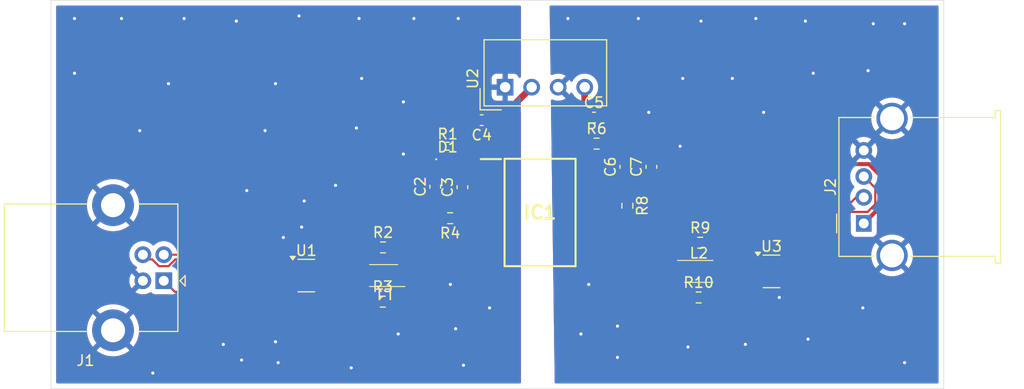
<source format=kicad_pcb>
(kicad_pcb (version 20240108) (generator "pcbnew") (generator_version "8.0")
  (layers (0 "F.Cu" signal) (31 "B.Cu" signal) (34 "B.Paste" user) (35 "F.Paste" user) (36 "B.SilkS" user "B.Silkscreen") (37 "F.SilkS" user "F.Silkscreen") (38 "B.Mask" user) (39 "F.Mask" user) (44 "Edge.Cuts" user))
  (net 0 "")
  (net 1 "+5V")
  (net 2 "GND1")
  (net 3 "VDD")
  (net 4 "GND2")
  (net 5 "Net-(D1-K)")
  (net 6 "Net-(IC1-PIN)")
  (net 7 "Net-(IC1-VDD2)")
  (net 8 "/L1_+")
  (net 9 "Net-(IC1-SPD)")
  (net 10 "Net-(IC1-SPU)")
  (net 11 "/DD_-")
  (net 12 "/DD_+")
  (net 13 "/L1_-")
  (net 14 "/U2_-")
  (net 15 "/U2_+")
  (net 16 "/U3_-")
  (net 17 "/U3_+")
  (net 18 "/L2_+")
  (net 19 "/L2_-")
  (net 20 "D_-")
  (net 21 "D_+")
  (footprint "Resistor_SMD:R_0603_1608Metric" (layer "F.Cu") (at 157.225 97.4 180)
    (property "Reference" "R4" (at 0 -1.43 360) (layer "F.SilkS"))
    (property "Value" "0 ohm")
    (fp_line (start -0.237258 0.5225) (end 0.237258 0.5225) (stroke (width 0.12)) (layer "F.SilkS"))
    (fp_line (start -0.237258 -0.5225) (end 0.237258 -0.5225) (stroke (width 0.12)) (layer "F.SilkS"))
    (pad "1" smd roundrect (at -0.825 0 180) (size 0.8 0.95) (layers "F.Cu" "F.Paste" "F.Mask") (net 10 "Net-(IC1-SPU)"))
    (pad "2" smd roundrect (at 0.825 0 180) (size 0.8 0.95) (layers "F.Cu" "F.Paste" "F.Mask") (net 1 "+5V"))
  )
  (footprint "Resistor_SMD:R_0402_1005Metric" (layer "F.Cu") (at 156.99 90.5)
    (property "Reference" "R1" (at 0 -1.17 360) (layer "F.SilkS"))
    (property "Value" "R")
    (fp_line (start -0.153641 -0.38) (end 0.153641 -0.38) (stroke (width 0.12)) (layer "F.SilkS"))
    (fp_line (start -0.153641 0.38) (end 0.153641 0.38) (stroke (width 0.12)) (layer "F.SilkS"))
    (pad "1" smd roundrect (at -0.51 0) (size 0.54 0.64) (layers "F.Cu" "F.Paste" "F.Mask") (net 5 "Net-(D1-K)"))
    (pad "2" smd roundrect (at 0.51 0) (size 0.54 0.64) (layers "F.Cu" "F.Paste" "F.Mask") (net 2 "GND1"))
  )
  (footprint "SamacSys_Parts:SOIC127P1032X265-16N" (layer "F.Cu") (at 165.8375 96.85)
    (property "Reference" "IC1" (at 0 0 0) (layer "F.SilkS") (effects (font (size 1.27 1.27) (thickness 0.254))))
    (property "Value" "ADUM3160BRWZ" (hide yes))
    (fp_line (start -5.675 -5.12) (end -3.75 -5.12) (stroke (width 0.2)) (layer "F.SilkS"))
    (fp_line (start -3.4 -5.15) (end 3.4 -5.15) (stroke (width 0.2)) (layer "F.SilkS"))
    (fp_line (start -3.4 5.15) (end -3.4 -5.15) (stroke (width 0.2)) (layer "F.SilkS"))
    (fp_line (start 3.4 -5.15) (end 3.4 5.15) (stroke (width 0.2)) (layer "F.SilkS"))
    (fp_line (start 3.4 5.15) (end -3.4 5.15) (stroke (width 0.2)) (layer "F.SilkS"))
    (pad "1" smd rect (at -4.712 -4.445 90) (size 0.65 1.925) (layers "F.Cu" "F.Paste" "F.Mask") (net 1 "+5V"))
    (pad "2" smd rect (at -4.712 -3.175 90) (size 0.65 1.925) (layers "F.Cu" "F.Paste" "F.Mask") (net 2 "GND1"))
    (pad "3" smd rect (at -4.712 -1.905 90) (size 0.65 1.925) (layers "F.Cu" "F.Paste" "F.Mask") (net 1 "+5V"))
    (pad "4" smd rect (at -4.712 -0.635 90) (size 0.65 1.925) (layers "F.Cu" "F.Paste" "F.Mask") (net 1 "+5V"))
    (pad "5" smd rect (at -4.712 0.635 90) (size 0.65 1.925) (layers "F.Cu" "F.Paste" "F.Mask") (net 10 "Net-(IC1-SPU)"))
    (pad "6" smd rect (at -4.712 1.905 90) (size 0.65 1.925) (layers "F.Cu" "F.Paste" "F.Mask") (net 13 "/L1_-"))
    (pad "7" smd rect (at -4.712 3.175 90) (size 0.65 1.925) (layers "F.Cu" "F.Paste" "F.Mask") (net 8 "/L1_+"))
    (pad "8" smd rect (at -4.712 4.445 90) (size 0.65 1.925) (layers "F.Cu" "F.Paste" "F.Mask") (net 2 "GND1"))
    (pad "9" smd rect (at 4.712 4.445 90) (size 0.65 1.925) (layers "F.Cu" "F.Paste" "F.Mask") (net 4 "GND2"))
    (pad "10" smd rect (at 4.712 3.175 90) (size 0.65 1.925) (layers "F.Cu" "F.Paste" "F.Mask") (net 12 "/DD_+"))
    (pad "11" smd rect (at 4.712 1.905 90) (size 0.65 1.925) (layers "F.Cu" "F.Paste" "F.Mask") (net 11 "/DD_-"))
    (pad "12" smd rect (at 4.712 0.635 90) (size 0.65 1.925) (layers "F.Cu" "F.Paste" "F.Mask") (net 6 "Net-(IC1-PIN)"))
    (pad "13" smd rect (at 4.712 -0.635 90) (size 0.65 1.925) (layers "F.Cu" "F.Paste" "F.Mask") (net 9 "Net-(IC1-SPD)"))
    (pad "14" smd rect (at 4.712 -1.905 90) (size 0.65 1.925) (layers "F.Cu" "F.Paste" "F.Mask") (net 7 "Net-(IC1-VDD2)"))
    (pad "15" smd rect (at 4.712 -3.175 90) (size 0.65 1.925) (layers "F.Cu" "F.Paste" "F.Mask") (net 4 "GND2"))
    (pad "16" smd rect (at 4.712 -4.445 90) (size 0.65 1.925) (layers "F.Cu" "F.Paste" "F.Mask") (net 3 "VDD"))
  )
  (footprint "Inductor_SMD:L_CommonMode_Wurth_WE-CNSW-1206" (layer "F.Cu") (at 150.85 102.9 180)
    (property "Reference" "L1" (at 0 -1.75 180) (layer "F.SilkS"))
    (property "Value" "Choke_Wurth_WE-CNSW_744232090")
    (fp_line (start -1.35 1.05) (end 1.35 1.05) (stroke (width 0.1)) (layer "F.SilkS"))
    (fp_line (start -2.05 -1.05) (end 1.35 -1.05) (stroke (width 0.1)) (layer "F.SilkS"))
    (pad "1" smd roundrect (at -1.35 -0.5 180) (size 1.1 0.6) (layers "F.Cu" "F.Paste" "F.Mask") (roundrect_rratio 0.2) (net 8 "/L1_+"))
    (pad "2" smd roundrect (at 1.35 -0.5 180) (size 1.1 0.6) (layers "F.Cu" "F.Paste" "F.Mask") (roundrect_rratio 0.2) (net 17 "/U3_+"))
    (pad "3" smd roundrect (at 1.35 0.5 180) (size 1.1 0.6) (layers "F.Cu" "F.Paste" "F.Mask") (roundrect_rratio 0.2) (net 16 "/U3_-"))
    (pad "4" smd roundrect (at -1.35 0.5 180) (size 1.1 0.6) (layers "F.Cu" "F.Paste" "F.Mask") (roundrect_rratio 0.2) (net 13 "/L1_-"))
  )
  (footprint "Capacitor_SMD:C_0603_1608Metric" (layer "F.Cu") (at 171 87.75)
    (property "Reference" "C5" (at 0 -1.43 0) (layer "F.SilkS"))
    (property "Value" "C")
    (fp_line (start -0.14058 -0.51) (end 0.14058 -0.51) (stroke (width 0.12)) (layer "F.SilkS"))
    (fp_line (start -0.14058 0.51) (end 0.14058 0.51) (stroke (width 0.12)) (layer "F.SilkS"))
    (pad "1" smd roundrect (at -0.775 0) (size 0.9 0.95) (layers "F.Cu" "F.Paste" "F.Mask") (net 3 "VDD"))
    (pad "2" smd roundrect (at 0.775 0) (size 0.9 0.95) (layers "F.Cu" "F.Paste" "F.Mask") (net 4 "GND2"))
  )
  (footprint "Connector_USB:USB_A_Molex_67643_Horizontal" (layer "F.Cu") (at 196.84 97.9 90)
    (property "Reference" "J2" (at 3.5 -3.19 90) (layer "F.SilkS"))
    (property "Value" "USB_A")
    (fp_line (start -0.9 -2.6) (end 0.9 -2.6) (stroke (width 0.12)) (layer "F.SilkS"))
    (fp_line (start 10.16 -2.38) (end 10.16 0.95) (stroke (width 0.12)) (layer "F.SilkS"))
    (fp_line (start -3.16 -2.38) (end 10.16 -2.38) (stroke (width 0.12)) (layer "F.SilkS"))
    (fp_line (start -3.16 -2.38) (end -3.16 0.95) (stroke (width 0.12)) (layer "F.SilkS"))
    (fp_line (start 10.16 4.47) (end 10.16 12.58) (stroke (width 0.12)) (layer "F.SilkS"))
    (fp_line (start 10.81 12.58) (end 10.16 12.58) (stroke (width 0.12)) (layer "F.SilkS"))
    (fp_line (start -3.16 12.58) (end -3.16 4.47) (stroke (width 0.12)) (layer "F.SilkS"))
    (fp_line (start -3.16 12.58) (end -3.81 12.58) (stroke (width 0.12)) (layer "F.SilkS"))
    (fp_line (start -3.81 12.58) (end -3.81 13.1) (stroke (width 0.12)) (layer "F.SilkS"))
    (fp_line (start 10.81 13.1) (end 10.81 12.58) (stroke (width 0.12)) (layer "F.SilkS"))
    (fp_line (start -3.81 13.1) (end 10.81 13.1) (stroke (width 0.12)) (layer "F.SilkS"))
    (pad "1" thru_hole rect (at 0 0 90) (size 1.6 1.5) (drill 0.95) (layers "*.Cu" "*.Mask") (net 3 "VDD"))
    (pad "2" thru_hole circle (at 2.5 0 90) (size 1.6 1.6) (drill 0.95) (layers "*.Cu" "*.Mask") (net 14 "/U2_-"))
    (pad "3" thru_hole circle (at 4.5 0 90) (size 1.6 1.6) (drill 0.95) (layers "*.Cu" "*.Mask") (net 15 "/U2_+"))
    (pad "4" thru_hole circle (at 7 0 90) (size 1.6 1.6) (drill 0.95) (layers "*.Cu" "*.Mask") (net 4 "GND2"))
    (pad "5" thru_hole circle (at -3.07 2.71 90) (size 3 3) (drill 2.3) (layers "*.Cu" "*.Mask") (net 4 "GND2"))
    (pad "5" thru_hole circle (at 10.07 2.71 90) (size 3 3) (drill 2.3) (layers "*.Cu" "*.Mask") (net 4 "GND2"))
  )
  (footprint "Resistor_SMD:R_0603_1608Metric" (layer "F.Cu") (at 181.175 99.75)
    (property "Reference" "R9" (at 0 -1.43 0) (layer "F.SilkS"))
    (property "Value" "0ohm")
    (fp_line (start -0.237258 -0.5225) (end 0.237258 -0.5225) (stroke (width 0.12)) (layer "F.SilkS"))
    (fp_line (start -0.237258 0.5225) (end 0.237258 0.5225) (stroke (width 0.12)) (layer "F.SilkS"))
    (pad "1" smd roundrect (at -0.825 0) (size 0.8 0.95) (layers "F.Cu" "F.Paste" "F.Mask") (net 11 "/DD_-"))
    (pad "2" smd roundrect (at 0.825 0) (size 0.8 0.95) (layers "F.Cu" "F.Paste" "F.Mask") (net 19 "/L2_-"))
  )
  (footprint "Converter_DCDC:Converter_DCDC_TRACO_TME_03xxS_05xxS_12xxS_Single_THT" (layer "F.Cu") (at 162.4925 84.835 90)
    (property "Reference" "U2" (at 0.825 -3.1 90) (layer "F.SilkS"))
    (property "Value" "TME-0505S")
    (fp_line (start -2.175 -2.4) (end -0.141667 -2.4) (stroke (width 0.12)) (layer "F.SilkS"))
    (fp_line (start 4.545 -2.02) (end 4.545 9.72) (stroke (width 0.12)) (layer "F.SilkS"))
    (fp_line (start -1.795 -2.02) (end 4.545 -2.02) (stroke (width 0.12)) (layer "F.SilkS"))
    (fp_line (start -1.795 -2.02) (end -1.795 9.72) (stroke (width 0.12)) (layer "F.SilkS"))
    (fp_line (start -2.175 -0.366667) (end -2.175 -2.4) (stroke (width 0.12)) (layer "F.SilkS"))
    (fp_line (start -1.795 9.72) (end 4.545 9.72) (stroke (width 0.12)) (layer "F.SilkS"))
    (pad "1" thru_hole rect (at 0 0 90) (size 1.6 1.6) (drill 1) (layers "*.Cu" "*.Mask") (net 2 "GND1"))
    (pad "2" thru_hole circle (at 0 2.54 90) (size 1.6 1.6) (drill 1) (layers "*.Cu" "*.Mask") (net 1 "+5V"))
    (pad "3" thru_hole circle (at 0 5.08 90) (size 1.6 1.6) (drill 1) (layers "*.Cu" "*.Mask") (net 4 "GND2"))
    (pad "4" thru_hole circle (at 0 7.62 90) (size 1.6 1.6) (drill 1) (layers "*.Cu" "*.Mask") (net 3 "VDD"))
  )
  (footprint "Package_TO_SOT_SMD:SOT-23-6" (layer "F.Cu") (at 143.45 102.9)
    (property "Reference" "U1" (at 0 -2.4 360) (layer "F.SilkS"))
    (property "Value" "USBLC6-2SC6")
    (fp_line (start 0 -1.56) (end -0.8 -1.56) (stroke (width 0.12)) (layer "F.SilkS"))
    (fp_line (start 0 -1.56) (end 0.8 -1.56) (stroke (width 0.12)) (layer "F.SilkS"))
    (fp_line (start 0 1.56) (end -0.8 1.56) (stroke (width 0.12)) (layer "F.SilkS"))
    (fp_line (start 0 1.56) (end 0.8 1.56) (stroke (width 0.12)) (layer "F.SilkS"))
    (fp_poly (pts (xy -1.3 -1.51) (xy -1.54 -1.84) (xy -1.06 -1.84) (xy -1.3 -1.51)) (stroke (width 0.12)) (fill solid) (layer "F.SilkS"))
    (pad "1" smd roundrect (at -1.1375 -0.95) (size 1.325 0.6) (layers "F.Cu" "F.Paste" "F.Mask") (net 20 "D_-"))
    (pad "2" smd roundrect (at -1.1375 0) (size 1.325 0.6) (layers "F.Cu" "F.Paste" "F.Mask") (net 2 "GND1"))
    (pad "3" smd roundrect (at -1.1375 0.95) (size 1.325 0.6) (layers "F.Cu" "F.Paste" "F.Mask") (net 21 "D_+"))
    (pad "4" smd roundrect (at 1.1375 0.95) (size 1.325 0.6) (layers "F.Cu" "F.Paste" "F.Mask") (net 17 "/U3_+"))
    (pad "5" smd roundrect (at 1.1375 0) (size 1.325 0.6) (layers "F.Cu" "F.Paste" "F.Mask") (net 1 "+5V"))
    (pad "6" smd roundrect (at 1.1375 -0.95) (size 1.325 0.6) (layers "F.Cu" "F.Paste" "F.Mask") (net 16 "/U3_-"))
  )
  (footprint "Resistor_SMD:R_0603_1608Metric" (layer "F.Cu") (at 174.2 96.2 -90)
    (property "Reference" "R8" (at 0 -1.43 90) (layer "F.SilkS"))
    (property "Value" "0ohm")
    (fp_line (start -0.237258 0.5225) (end 0.237258 0.5225) (stroke (width 0.12)) (layer "F.SilkS"))
    (fp_line (start -0.237258 -0.5225) (end 0.237258 -0.5225) (stroke (width 0.12)) (layer "F.SilkS"))
    (pad "1" smd roundrect (at -0.825 0 270) (size 0.8 0.95) (layers "F.Cu" "F.Paste" "F.Mask") (net 7 "Net-(IC1-VDD2)"))
    (pad "2" smd roundrect (at 0.825 0 270) (size 0.8 0.95) (layers "F.Cu" "F.Paste" "F.Mask") (net 6 "Net-(IC1-PIN)"))
  )
  (footprint "Inductor_SMD:L_CommonMode_Wurth_WE-CNSW-1206" (layer "F.Cu") (at 181.05 102.5)
    (property "Reference" "L2" (at 0 -1.75 0) (layer "F.SilkS"))
    (property "Value" "Choke_Wurth_WE-CNSW_744232090")
    (fp_line (start -2.05 -1.05) (end 1.35 -1.05) (stroke (width 0.1)) (layer "F.SilkS"))
    (fp_line (start -1.35 1.05) (end 1.35 1.05) (stroke (width 0.1)) (layer "F.SilkS"))
    (pad "1" smd roundrect (at -1.35 -0.5) (size 1.1 0.6) (layers "F.Cu" "F.Paste" "F.Mask") (roundrect_rratio 0.2) (net 11 "/DD_-"))
    (pad "2" smd roundrect (at 1.35 -0.5) (size 1.1 0.6) (layers "F.Cu" "F.Paste" "F.Mask") (roundrect_rratio 0.2) (net 19 "/L2_-"))
    (pad "3" smd roundrect (at 1.35 0.5) (size 1.1 0.6) (layers "F.Cu" "F.Paste" "F.Mask") (roundrect_rratio 0.2) (net 18 "/L2_+"))
    (pad "4" smd roundrect (at -1.35 0.5) (size 1.1 0.6) (layers "F.Cu" "F.Paste" "F.Mask") (roundrect_rratio 0.2) (net 12 "/DD_+"))
  )
  (footprint "Resistor_SMD:R_0603_1608Metric" (layer "F.Cu") (at 150.775 105.4)
    (property "Reference" "R3" (at 0 -1.43 0) (layer "F.SilkS"))
    (property "Value" "0 ohm")
    (fp_line (start -0.237258 -0.5225) (end 0.237258 -0.5225) (stroke (width 0.12)) (layer "F.SilkS"))
    (fp_line (start -0.237258 0.5225) (end 0.237258 0.5225) (stroke (width 0.12)) (layer "F.SilkS"))
    (pad "1" smd roundrect (at -0.825 0) (size 0.8 0.95) (layers "F.Cu" "F.Paste" "F.Mask") (net 17 "/U3_+"))
    (pad "2" smd roundrect (at 0.825 0) (size 0.8 0.95) (layers "F.Cu" "F.Paste" "F.Mask") (net 8 "/L1_+"))
  )
  (footprint "LED_SMD:LED_0402_1005Metric" (layer "F.Cu") (at 156.985 91.75)
    (property "Reference" "D1" (at 0 -1.17 360) (layer "F.SilkS"))
    (property "Value" "LED")
    (fp_circle (center -1.09 0) (end -1.04 0) (stroke (width 0.1)) (fill none) (layer "F.SilkS"))
    (pad "1" smd roundrect (at -0.485 0) (size 0.59 0.64) (layers "F.Cu" "F.Paste" "F.Mask") (net 5 "Net-(D1-K)"))
    (pad "2" smd roundrect (at 0.485 0) (size 0.59 0.64) (layers "F.Cu" "F.Paste" "F.Mask") (net 1 "+5V"))
  )
  (footprint "Capacitor_SMD:C_0603_1608Metric" (layer "F.Cu") (at 176.5 92.475 90)
    (property "Reference" "C7" (at 0 -1.43 90) (layer "F.SilkS"))
    (property "Value" "100nF")
    (fp_line (start -0.14058 -0.51) (end 0.14058 -0.51) (stroke (width 0.12)) (layer "F.SilkS"))
    (fp_line (start -0.14058 0.51) (end 0.14058 0.51) (stroke (width 0.12)) (layer "F.SilkS"))
    (pad "1" smd roundrect (at -0.775 0 90) (size 0.9 0.95) (layers "F.Cu" "F.Paste" "F.Mask") (net 3 "VDD"))
    (pad "2" smd roundrect (at 0.775 0 90) (size 0.9 0.95) (layers "F.Cu" "F.Paste" "F.Mask") (net 4 "GND2"))
  )
  (footprint "Capacitor_SMD:C_0603_1608Metric" (layer "F.Cu") (at 174 92.475 90)
    (property "Reference" "C6" (at 0 -1.43 90) (layer "F.SilkS"))
    (property "Value" "100nF")
    (fp_line (start -0.14058 -0.51) (end 0.14058 -0.51) (stroke (width 0.12)) (layer "F.SilkS"))
    (fp_line (start -0.14058 0.51) (end 0.14058 0.51) (stroke (width 0.12)) (layer "F.SilkS"))
    (pad "1" smd roundrect (at -0.775 0 90) (size 0.9 0.95) (layers "F.Cu" "F.Paste" "F.Mask") (net 3 "VDD"))
    (pad "2" smd roundrect (at 0.775 0 90) (size 0.9 0.95) (layers "F.Cu" "F.Paste" "F.Mask") (net 4 "GND2"))
  )
  (footprint "Capacitor_SMD:C_0603_1608Metric" (layer "F.Cu") (at 160.25 88 180)
    (property "Reference" "C4" (at 0 -1.43 360) (layer "F.SilkS"))
    (property "Value" "C")
    (fp_line (start -0.14058 0.51) (end 0.14058 0.51) (stroke (width 0.12)) (layer "F.SilkS"))
    (fp_line (start -0.14058 -0.51) (end 0.14058 -0.51) (stroke (width 0.12)) (layer "F.SilkS"))
    (pad "1" smd roundrect (at -0.775 0 180) (size 0.9 0.95) (layers "F.Cu" "F.Paste" "F.Mask") (net 1 "+5V"))
    (pad "2" smd roundrect (at 0.775 0 180) (size 0.9 0.95) (layers "F.Cu" "F.Paste" "F.Mask") (net 2 "GND1"))
  )
  (footprint "Resistor_SMD:R_0603_1608Metric" (layer "F.Cu") (at 171.25 90.25)
    (property "Reference" "R6" (at 0 -1.43 0) (layer "F.SilkS"))
    (property "Value" "0 ohm")
    (fp_line (start -0.237258 -0.5225) (end 0.237258 -0.5225) (stroke (width 0.12)) (layer "F.SilkS"))
    (fp_line (start -0.237258 0.5225) (end 0.237258 0.5225) (stroke (width 0.12)) (layer "F.SilkS"))
    (pad "1" smd roundrect (at -0.825 0) (size 0.8 0.95) (layers "F.Cu" "F.Paste" "F.Mask") (net 9 "Net-(IC1-SPD)"))
    (pad "2" smd roundrect (at 0.825 0) (size 0.8 0.95) (layers "F.Cu" "F.Paste" "F.Mask") (net 3 "VDD"))
  )
  (footprint "Capacitor_SMD:C_0603_1608Metric" (layer "F.Cu") (at 155.8 94.375 90)
    (property "Reference" "C2" (at 0 -1.43 90) (layer "F.SilkS"))
    (property "Value" "100nF")
    (fp_line (start -0.14058 -0.51) (end 0.14058 -0.51) (stroke (width 0.12)) (layer "F.SilkS"))
    (fp_line (start -0.14058 0.51) (end 0.14058 0.51) (stroke (width 0.12)) (layer "F.SilkS"))
    (pad "1" smd roundrect (at -0.775 0 90) (size 0.9 0.95) (layers "F.Cu" "F.Paste" "F.Mask") (net 1 "+5V"))
    (pad "2" smd roundrect (at 0.775 0 90) (size 0.9 0.95) (layers "F.Cu" "F.Paste" "F.Mask") (net 2 "GND1"))
  )
  (footprint "Resistor_SMD:R_0603_1608Metric" (layer "F.Cu") (at 150.8 100.2)
    (property "Reference" "R2" (at 0 -1.43 0) (layer "F.SilkS"))
    (property "Value" "0ohm")
    (fp_line (start -0.237258 -0.5225) (end 0.237258 -0.5225) (stroke (width 0.12)) (layer "F.SilkS"))
    (fp_line (start -0.237258 0.5225) (end 0.237258 0.5225) (stroke (width 0.12)) (layer "F.SilkS"))
    (pad "1" smd roundrect (at -0.825 0) (size 0.8 0.95) (layers "F.Cu" "F.Paste" "F.Mask") (net 16 "/U3_-"))
    (pad "2" smd roundrect (at 0.825 0) (size 0.8 0.95) (layers "F.Cu" "F.Paste" "F.Mask") (net 13 "/L1_-"))
  )
  (footprint "Capacitor_SMD:C_0603_1608Metric" (layer "F.Cu") (at 158.4 94.425 90)
    (property "Reference" "C3" (at 0 -1.43 90) (layer "F.SilkS"))
    (property "Value" "100nF")
    (fp_line (start -0.14058 -0.51) (end 0.14058 -0.51) (stroke (width 0.12)) (layer "F.SilkS"))
    (fp_line (start -0.14058 0.51) (end 0.14058 0.51) (stroke (width 0.12)) (layer "F.SilkS"))
    (pad "1" smd roundrect (at -0.775 0 90) (size 0.9 0.95) (layers "F.Cu" "F.Paste" "F.Mask") (net 1 "+5V"))
    (pad "2" smd roundrect (at 0.775 0 90) (size 0.9 0.95) (layers "F.Cu" "F.Paste" "F.Mask") (net 2 "GND1"))
  )
  (footprint "Resistor_SMD:R_0603_1608Metric" (layer "F.Cu") (at 181.025 105)
    (property "Reference" "R10" (at 0 -1.43 0) (layer "F.SilkS"))
    (property "Value" "0 ohm")
    (fp_line (start -0.237258 -0.5225) (end 0.237258 -0.5225) (stroke (width 0.12)) (layer "F.SilkS"))
    (fp_line (start -0.237258 0.5225) (end 0.237258 0.5225) (stroke (width 0.12)) (layer "F.SilkS"))
    (pad "1" smd roundrect (at -0.825 0) (size 0.8 0.95) (layers "F.Cu" "F.Paste" "F.Mask") (net 12 "/DD_+"))
    (pad "2" smd roundrect (at 0.825 0) (size 0.8 0.95) (layers "F.Cu" "F.Paste" "F.Mask") (net 18 "/L2_+"))
  )
  (footprint "Package_TO_SOT_SMD:SOT-23-6" (layer "F.Cu") (at 188 102.5)
    (property "Reference" "U3" (at 0 -2.4 0) (layer "F.SilkS"))
    (property "Value" "USBLC6-2SC6")
    (fp_line (start 0 -1.56) (end -0.8 -1.56) (stroke (width 0.12)) (layer "F.SilkS"))
    (fp_line (start 0 -1.56) (end 0.8 -1.56) (stroke (width 0.12)) (layer "F.SilkS"))
    (fp_line (start 0 1.56) (end -0.8 1.56) (stroke (width 0.12)) (layer "F.SilkS"))
    (fp_line (start 0 1.56) (end 0.8 1.56) (stroke (width 0.12)) (layer "F.SilkS"))
    (fp_poly (pts (xy -1.3 -1.51) (xy -1.54 -1.84) (xy -1.06 -1.84) (xy -1.3 -1.51)) (stroke (width 0.12)) (fill solid) (layer "F.SilkS"))
    (pad "1" smd roundrect (at -1.1375 -0.95) (size 1.325 0.6) (layers "F.Cu" "F.Paste" "F.Mask") (net 19 "/L2_-"))
    (pad "2" smd roundrect (at -1.1375 0) (size 1.325 0.6) (layers "F.Cu" "F.Paste" "F.Mask") (net 4 "GND2"))
    (pad "3" smd roundrect (at -1.1375 0.95) (size 1.325 0.6) (layers "F.Cu" "F.Paste" "F.Mask") (net 18 "/L2_+"))
    (pad "4" smd roundrect (at 1.1375 0.95) (size 1.325 0.6) (layers "F.Cu" "F.Paste" "F.Mask") (net 15 "/U2_+"))
    (pad "5" smd roundrect (at 1.1375 0) (size 1.325 0.6) (layers "F.Cu" "F.Paste" "F.Mask") (net 3 "VDD"))
    (pad "6" smd roundrect (at 1.1375 -0.95) (size 1.325 0.6) (layers "F.Cu" "F.Paste" "F.Mask") (net 14 "/U2_-"))
  )
  (footprint "Connector_USB:USB_B_Lumberg_2411_02_Horizontal" (layer "F.Cu") (at 129.8 103.4 180)
    (property "Reference" "J1" (at 7.5 -7.65 360) (layer "F.SilkS"))
    (property "Value" "USB_B")
    (fp_line (start 15.27 7.36) (end 15.27 -4.86) (stroke (width 0.12)) (layer "F.SilkS"))
    (fp_line (start 15.27 7.36) (end 7.3 7.36) (stroke (width 0.12)) (layer "F.SilkS"))
    (fp_line (start 15.27 -4.86) (end 7.3 -4.86) (stroke (width 0.12)) (layer "F.SilkS"))
    (fp_line (start -1.35 7.36) (end 2.4 7.36) (stroke (width 0.12)) (layer "F.SilkS"))
    (fp_line (start -1.35 7.36) (end -1.35 -4.86) (stroke (width 0.12)) (layer "F.SilkS"))
    (fp_line (start -1.35 -4.86) (end 2.4 -4.86) (stroke (width 0.12)) (layer "F.SilkS"))
    (fp_line (start -1.55 0) (end -2.05 -0.5) (stroke (width 0.12)) (layer "F.SilkS"))
    (fp_line (start -2.05 0.5) (end -1.55 0) (stroke (width 0.12)) (layer "F.SilkS"))
    (fp_line (start -2.05 -0.5) (end -2.05 0.5) (stroke (width 0.12)) (layer "F.SilkS"))
    (pad "1" thru_hole rect (at 0 0 270) (size 1.6 1.6) (drill 0.95) (layers "*.Cu" "*.Mask") (net 1 "+5V"))
    (pad "2" thru_hole circle (at 0 2.5 270) (size 1.6 1.6) (drill 0.95) (layers "*.Cu" "*.Mask") (net 20 "D_-"))
    (pad "3" thru_hole circle (at 2 2.5 270) (size 1.6 1.6) (drill 0.95) (layers "*.Cu" "*.Mask") (net 21 "D_+"))
    (pad "4" thru_hole circle (at 2 0 270) (size 1.6 1.6) (drill 0.95) (layers "*.Cu" "*.Mask") (net 2 "GND1"))
    (pad "5" thru_hole circle (at 4.86 -4.75 270) (size 4 4) (drill 2.3) (layers "*.Cu" "*.Mask") (net 2 "GND1"))
    (pad "5" thru_hole circle (at 4.86 7.25 270) (size 4 4) (drill 2.3) (layers "*.Cu" "*.Mask") (net 2 "GND1"))
  )
  (gr_rect (start 119 76.5) (end 204.5 113.75) (stroke (width 0.05)) (fill none) (layer "Edge.Cuts"))
  (segment (start 159.4 95.2) (end 158.4 95.2) (width 0.2032) (layer "F.Cu") (net 1))
  (segment (start 143.9 102.9) (end 143.6234 102.6234) (width 0.2032) (layer "F.Cu") (net 1))
  (segment (start 158.5 91.75) (end 159.155 92.405) (width 0.381) (layer "F.Cu") (net 1))
  (segment (start 161.1255 92.405) (end 161.1255 88.1005) (width 0.635) (layer "F.Cu") (net 1))
  (segment (start 144.232186 102.9) (end 144.5875 102.9) (width 0.2032) (layer "F.Cu") (net 1))
  (segment (start 144.5875 102.9) (end 143.9 102.9) (width 0.2032) (layer "F.Cu") (net 1))
  (segment (start 161.8675 88) (end 165.0325 84.835) (width 0.635) (layer "F.Cu") (net 1))
  (segment (start 129.8 103.4) (end 130.8516 104.4516) (width 0.2032) (layer "F.Cu") (net 1))
  (segment (start 156.4 97.4) (end 156.4 96.2) (width 0.2032) (layer "F.Cu") (net 1))
  (segment (start 155.8 95.6) (end 156.4 96.2) (width 0.2032) (layer "F.Cu") (net 1))
  (segment (start 162.6055 94.5175) (end 162.6055 92.8555) (width 0.635) (layer "F.Cu") (net 1))
  (segment (start 161.1255 94.945) (end 162.178 94.945) (width 0.635) (layer "F.Cu") (net 1))
  (segment (start 161.1255 88.1005) (end 161.025 88) (width 0.635) (layer "F.Cu") (net 1))
  (segment (start 162.178 94.945) (end 162.6055 94.5175) (width 0.635) (layer "F.Cu") (net 1))
  (segment (start 161.025 88) (end 161.8675 88) (width 0.635) (layer "F.Cu") (net 1))
  (segment (start 143.6234 104.1266) (end 143.6234 103.508786) (width 0.2032) (layer "F.Cu") (net 1))
  (segment (start 159.655 94.945) (end 159.4 95.2) (width 0.2032) (layer "F.Cu") (net 1))
  (segment (start 159.155 92.405) (end 161.1255 92.405) (width 0.381) (layer "F.Cu") (net 1))
  (segment (start 162.6055 92.8555) (end 162.155 92.405) (width 0.635) (layer "F.Cu") (net 1))
  (segment (start 161.1255 92.405) (end 161.655 92.405) (width 0.2032) (layer "F.Cu") (net 1))
  (segment (start 143.6234 101.608786) (end 150.082186 95.15) (width 0.2032) (layer "F.Cu") (net 1))
  (segment (start 143.6234 102.6234) (end 143.6234 101.608786) (width 0.2032) (layer "F.Cu") (net 1))
  (segment (start 155.8 95.15) (end 155.8 95.6) (width 0.2032) (layer "F.Cu") (net 1))
  (segment (start 161.025 92.3045) (end 161.1255 92.405) (width 0.381) (layer "F.Cu") (net 1))
  (segment (start 143.2984 104.4516) (end 143.6234 104.1266) (width 0.2032) (layer "F.Cu") (net 1))
  (segment (start 161.1255 94.945) (end 159.655 94.945) (width 0.2032) (layer "F.Cu") (net 1))
  (segment (start 143.6234 103.508786) (end 144.232186 102.9) (width 0.2032) (layer "F.Cu") (net 1))
  (segment (start 157.47 91.75) (end 158.5 91.75) (width 0.381) (layer "F.Cu") (net 1))
  (segment (start 162.155 92.405) (end 161.1255 92.405) (width 0.635) (layer "F.Cu") (net 1))
  (segment (start 158.35 95.15) (end 158.4 95.2) (width 0.2032) (layer "F.Cu") (net 1))
  (segment (start 150.082186 95.15) (end 155.8 95.15) (width 0.2032) (layer "F.Cu") (net 1))
  (segment (start 161.805 94.945) (end 161.1255 94.945) (width 0.2032) (layer "F.Cu") (net 1))
  (segment (start 155.8 95.15) (end 158.35 95.15) (width 0.2032) (layer "F.Cu") (net 1))
  (segment (start 161.1255 96.215) (end 161.1255 94.945) (width 0.635) (layer "F.Cu") (net 1))
  (segment (start 130.8516 104.4516) (end 143.2984 104.4516) (width 0.2032) (layer "F.Cu") (net 1))
  (segment (start 142.974999 102.9) (end 143.2385 102.636499) (width 0.127) (layer "F.Cu") (net 2))
  (segment (start 143.2385 101.2385) (end 141.25 99.25) (width 0.127) (layer "F.Cu") (net 2))
  (segment (start 143.2385 102.636499) (end 143.2385 101.2385) (width 0.127) (layer "F.Cu") (net 2))
  (segment (start 142.3125 102.9) (end 142.974999 102.9) (width 0.127) (layer "F.Cu") (net 2))
  (via (at 143 98.25) (size 0.6) (drill 0.3) (layers "F.Cu" "B.Cu") (net 2))
  (via (at 142.75 78) (size 0.6) (drill 0.3) (layers "F.Cu" "B.Cu") (net 2))
  (via (at 152.75 86.25) (size 0.6) (drill 0.3) (layers "F.Cu" "B.Cu") (net 2))
  (via (at 152.25 108.5) (size 0.6) (drill 0.3) (layers "F.Cu" "B.Cu") (net 2))
  (via (at 121.25 78.25) (size 0.6) (drill 0.3) (layers "F.Cu" "B.Cu") (net 2))
  (via (at 127.5 89) (size 0.6) (drill 0.3) (layers "F.Cu" "B.Cu") (net 2))
  (via (at 128.75 112.25) (size 0.6) (drill 0.3) (layers "F.Cu" "B.Cu") (net 2))
  (via (at 130.25 84.5) (size 0.6) (drill 0.3) (layers "F.Cu" "B.Cu") (net 2))
  (via (at 139.5 89) (size 0.6) (drill 0.3) (layers "F.Cu" "B.Cu") (net 2))
  (via (at 158 78.25) (size 0.6) (drill 0.3) (layers "F.Cu" "B.Cu") (net 2))
  (via (at 121.25 83.5) (size 0.6) (drill 0.3) (layers "F.Cu" "B.Cu") (net 2))
  (via (at 152.75 91.25) (size 0.6) (drill 0.3) (layers "F.Cu" "B.Cu") (net 2))
  (via (at 131.75 78.25) (size 0.6) (drill 0.3) (layers "F.Cu" "B.Cu") (net 2))
  (via (at 148.75 84) (size 0.6) (drill 0.3) (layers "F.Cu" "B.Cu") (net 2))
  (via (at 141.25 99.25) (size 0.6) (drill 0.3) (layers "F.Cu" "B.Cu") (net 2))
  (via (at 140.5 84.5) (size 0.6) (drill 0.3) (layers "F.Cu" "B.Cu") (net 2))
  (via (at 140.5 109.25) (size 0.6) (drill 0.3) (layers "F.Cu" "B.Cu") (net 2))
  (via (at 153.75 78.25) (size 0.6) (drill 0.3) (layers "F.Cu" "B.Cu") (net 2))
  (via (at 143.25 95.75) (size 0.6) (drill 0.3) (layers "F.Cu" "B.Cu") (net 2))
  (via (at 135.5 109.5) (size 0.6) (drill 0.3) (layers "F.Cu" "B.Cu") (net 2))
  (via (at 158.5 111.5) (size 0.6) (drill 0.3) (layers "F.Cu" "B.Cu") (net 2))
  (via (at 157.75 108) (size 0.6) (drill 0.3) (layers "F.Cu" "B.Cu") (net 2))
  (via (at 146.25 94.25) (size 0.6) (drill 0.3) (layers "F.Cu" "B.Cu") (net 2))
  (via (at 148.5 78.25) (size 0.6) (drill 0.3) (layers "F.Cu" "B.Cu") (net 2))
  (via (at 140.75 111.25) (size 0.6) (drill 0.3) (layers "F.Cu" "B.Cu") (net 2))
  (via (at 136.75 78.5) (size 0.6) (drill 0.3) (layers "F.Cu" "B.Cu") (net 2))
  (via (at 147.75 111.75) (size 0.6) (drill 0.3) (layers "F.Cu" "B.Cu") (net 2))
  (via (at 137.25 111) (size 0.6) (drill 0.3) (layers "F.Cu" "B.Cu") (net 2))
  (via (at 125.75 78.25) (size 0.6) (drill 0.3) (layers "F.Cu" "B.Cu") (net 2))
  (via (at 137.75 94.75) (size 0.6) (drill 0.3) (layers "F.Cu" "B.Cu") (net 2))
  (via (at 157.25 103.75) (size 0.6) (drill 0.3) (layers "F.Cu" "B.Cu") (net 2))
  (via (at 161 106) (size 0.6) (drill 0.3) (layers "F.Cu" "B.Cu") (net 2))
  (via (at 148.25 88.75) (size 0.6) (drill 0.3) (layers "F.Cu" "B.Cu") (net 2))
  (segment (start 188.1734 100.4234) (end 181 93.25) (width 0.2032) (layer "F.Cu") (net 3))
  (segment (start 192.5405 92.2095) (end 191.5 93.25) (width 0.381) (layer "F.Cu") (net 3))
  (segment (start 189.1375 102.5) (end 188.782186 102.5) (width 0.2032) (layer "F.Cu") (net 3))
  (segment (start 181 93.25) (end 176.5 93.25) (width 0.2032) (layer "F.Cu") (net 3))
  (segment (start 172.075 90.25) (end 172.075 90.8795) (width 0.635) (layer "F.Cu") (net 3))
  (segment (start 196.84 97.9) (end 198.4337 96.3063) (width 0.381) (layer "F.Cu") (net 3))
  (segment (start 170.1125 87.6375) (end 170.225 87.75) (width 0.635) (layer "F.Cu") (net 3))
  (segment (start 188.1734 101.891214) (end 188.1734 100.4234) (width 0.2032) (layer "F.Cu") (net 3))
  (segment (start 198.4337 96.3063) (end 198.4337 93.310078) (width 0.381) (layer "F.Cu") (net 3))
  (segment (start 188.782186 102.5) (end 188.1734 101.891214) (width 0.2032) (layer "F.Cu") (net 3))
  (segment (start 170.5495 92.405) (end 173.155 92.405) (width 0.635) (layer "F.Cu") (net 3))
  (segment (start 197.333122 92.2095) (end 192.5405 92.2095) (width 0.381) (layer "F.Cu") (net 3))
  (segment (start 170.1125 84.835) (end 170.1125 87.6375) (width 0.635) (layer "F.Cu") (net 3))
  (segment (start 170.225 88.4) (end 172.075 90.25) (width 0.635) (layer "F.Cu") (net 3))
  (segment (start 191.5 93.25) (end 176.5 93.25) (width 0.381) (layer "F.Cu") (net 3))
  (segment (start 172.075 90.8795) (end 170.5495 92.405) (width 0.635) (layer "F.Cu") (net 3))
  (segment (start 170.225 87.75) (end 170.225 88.4) (width 0.635) (layer "F.Cu") (net 3))
  (segment (start 176.5 93.25) (end 174 93.25) (width 0.381) (layer "F.Cu") (net 3))
  (segment (start 173.155 92.405) (end 174 93.25) (width 0.635) (layer "F.Cu") (net 3))
  (segment (start 198.4337 93.310078) (end 197.333122 92.2095) (width 0.381) (layer "F.Cu") (net 3))
  (segment (start 188 102.975001) (end 188 104.25) (width 0.127) (layer "F.Cu") (net 4))
  (segment (start 188 104.25) (end 188.75 105) (width 0.127) (layer "F.Cu") (net 4))
  (segment (start 186.8625 102.5) (end 187.524999 102.5) (width 0.127) (layer "F.Cu") (net 4))
  (segment (start 187.524999 102.5) (end 188 102.975001) (width 0.127) (layer "F.Cu") (net 4))
  (via (at 196.75 106) (size 0.6) (drill 0.3) (layers "F.Cu" "B.Cu") (net 4))
  (via (at 200.75 111.25) (size 0.6) (drill 0.3) (layers "F.Cu" "B.Cu") (net 4))
  (via (at 173.25 110.75) (size 0.6) (drill 0.3) (layers "F.Cu" "B.Cu") (net 4))
  (via (at 188.75 105) (size 0.6) (drill 0.3) (layers "F.Cu" "B.Cu") (net 4))
  (via (at 169.75 108.5) (size 0.6) (drill 0.3) (layers "F.Cu" "B.Cu") (net 4))
  (via (at 197.75 78.75) (size 0.6) (drill 0.3) (layers "F.Cu" "B.Cu") (net 4))
  (via (at 179.25 90.5) (size 0.6) (drill 0.3) (layers "F.Cu" "B.Cu") (net 4))
  (via (at 168.5 78.25) (size 0.6) (drill 0.3) (layers "F.Cu" "B.Cu") (net 4))
  (via (at 191.25 78.5) (size 0.6) (drill 0.3) (layers "F.Cu" "B.Cu") (net 4))
  (via (at 185.5 109.5) (size 0.6) (drill 0.3) (layers "F.Cu" "B.Cu") (net 4))
  (via (at 191.5 109) (size 0.6) (drill 0.3) (layers "F.Cu" "B.Cu") (net 4))
  (via (at 170.5 103.75) (size 0.6) (drill 0.3) (layers "F.Cu" "B.Cu") (net 4))
  (via (at 186.5 78.25) (size 0.6) (drill 0.3) (layers "F.Cu" "B.Cu") (net 4))
  (via (at 176.25 87.25) (size 0.6) (drill 0.3) (layers "F.Cu" "B.Cu") (net 4))
  (via (at 197.25 83.25) (size 0.6) (drill 0.3) (layers "F.Cu" "B.Cu") (net 4))
  (via (at 192 83.5) (size 0.6) (drill 0.3) (layers "F.Cu" "B.Cu") (net 4))
  (via (at 175.25 78.25) (size 0.6) (drill 0.3) (layers "F.Cu" "B.Cu") (net 4))
  (via (at 179.5 84) (size 0.6) (drill 0.3) (layers "F.Cu" "B.Cu") (net 4))
  (via (at 180 109.75) (size 0.6) (drill 0.3) (layers "F.Cu" "B.Cu") (net 4))
  (via (at 173.25 107.75) (size 0.6) (drill 0.3) (layers "F.Cu" "B.Cu") (net 4))
  (via (at 200.75 78.75) (size 0.6) (drill 0.3) (layers "F.Cu" "B.Cu") (net 4))
  (via (at 187.25 87.25) (size 0.6) (drill 0.3) (layers "F.Cu" "B.Cu") (net 4))
  (via (at 184.25 84) (size 0.6) (drill 0.3) (layers "F.Cu" "B.Cu") (net 4))
  (via (at 181.25 78.5) (size 0.6) (drill 0.3) (layers "F.Cu" "B.Cu") (net 4))
  (segment (start 156.48 90.5) (end 156.48 91.73) (width 0.2032) (layer "F.Cu") (net 5))
  (segment (start 156.48 91.73) (end 156.5 91.75) (width 0.2032) (layer "F.Cu") (net 5))
  (segment (start 172.485 97.485) (end 170.5495 97.485) (width 0.381) (layer "F.Cu") (net 6))
  (segment (start 173 97.5) (end 172.5 97.5) (width 0.381) (layer "F.Cu") (net 6))
  (segment (start 174.2 97.025) (end 173.475 97.025) (width 0.381) (layer "F.Cu") (net 6))
  (segment (start 172.5 97.5) (end 172.485 97.485) (width 0.381) (layer "F.Cu") (net 6))
  (segment (start 173.475 97.025) (end 173 97.5) (width 0.381) (layer "F.Cu") (net 6))
  (segment (start 172.875 95.375) (end 172.445 94.945) (width 0.381) (layer "F.Cu") (net 7))
  (segment (start 172.445 94.945) (end 170.5495 94.945) (width 0.381) (layer "F.Cu") (net 7))
  (segment (start 174.2 95.375) (end 172.875 95.375) (width 0.381) (layer "F.Cu") (net 7))
  (segment (start 159.681749 100.025) (end 161.1255 100.025) (width 0.2) (layer "F.Cu") (net 8))
  (segment (start 152.2 103.4) (end 153.025001 103.4) (width 0.2) (layer "F.Cu") (net 8))
  (segment (start 159.271749 99.615) (end 159.681749 100.025) (width 0.2) (layer "F.Cu") (net 8))
  (segment (start 153.300001 103.125) (end 154.9932 103.125) (width 0.2) (layer "F.Cu") (net 8))
  (segment (start 151.6 104) (end 152.2 103.4) (width 0.2032) (layer "F.Cu") (net 8))
  (segment (start 151.6 105.4) (end 151.6 104) (width 0.2032) (layer "F.Cu") (net 8))
  (segment (start 154.9932 103.125) (end 158.5032 99.615) (width 0.2) (layer "F.Cu") (net 8))
  (segment (start 153.025001 103.4) (end 153.300001 103.125) (width 0.2) (layer "F.Cu") (net 8))
  (segment (start 158.5032 99.615) (end 159.271749 99.615) (width 0.2) (layer "F.Cu") (net 8))
  (segment (start 169.2854 91.3896) (end 169.2854 95.5884) (width 0.2032) (layer "F.Cu") (net 9))
  (segment (start 170.425 90.25) (end 169.2854 91.3896) (width 0.2032) (layer "F.Cu") (net 9))
  (segment (start 169.912 96.215) (end 170.5495 96.215) (width 0.2032) (layer "F.Cu") (net 9))
  (segment (start 169.2854 95.5884) (end 169.912 96.215) (width 0.2032) (layer "F.Cu") (net 9))
  (segment (start 161.0405 97.4) (end 161.1255 97.485) (width 0.2032) (layer "F.Cu") (net 10))
  (segment (start 158.05 97.4) (end 161.0405 97.4) (width 0.2032) (layer "F.Cu") (net 10))
  (segment (start 178.874999 102) (end 178.599999 102.275) (width 0.2) (layer "F.Cu") (net 11))
  (segment (start 178.599999 102.275) (end 177.0932 102.275) (width 0.2) (layer "F.Cu") (net 11))
  (segment (start 172.403251 99.165) (end 171.993251 98.755) (width 0.2) (layer "F.Cu") (net 11))
  (segment (start 171.993251 98.755) (end 170.5495 98.755) (width 0.2) (layer "F.Cu") (net 11))
  (segment (start 180.35 101.35) (end 179.7 102) (width 0.2032) (layer "F.Cu") (net 11))
  (segment (start 180.35 99.75) (end 180.35 101.35) (width 0.2032) (layer "F.Cu") (net 11))
  (segment (start 177.0932 102.275) (end 173.9832 99.165) (width 0.2) (layer "F.Cu") (net 11))
  (segment (start 173.9832 99.165) (end 172.403251 99.165) (width 0.2) (layer "F.Cu") (net 11))
  (segment (start 179.7 102) (end 178.874999 102) (width 0.2) (layer "F.Cu") (net 11))
  (segment (start 180.2 103.5) (end 179.7 103) (width 0.2032) (layer "F.Cu") (net 12))
  (segment (start 172.403251 99.615) (end 171.993251 100.025) (width 0.2) (layer "F.Cu") (net 12))
  (segment (start 176.9068 102.725) (end 173.7968 99.615) (width 0.2) (layer "F.Cu") (net 12))
  (segment (start 178.874999 103) (end 178.599999 102.725) (width 0.2) (layer "F.Cu") (net 12))
  (segment (start 173.7968 99.615) (end 172.403251 99.615) (width 0.2) (layer "F.Cu") (net 12))
  (segment (start 179.7 103) (end 178.874999 103) (width 0.2) (layer "F.Cu") (net 12))
  (segment (start 180.2 105) (end 180.2 103.5) (width 0.2032) (layer "F.Cu") (net 12))
  (segment (start 171.993251 100.025) (end 170.5495 100.025) (width 0.2) (layer "F.Cu") (net 12))
  (segment (start 178.599999 102.725) (end 176.9068 102.725) (width 0.2) (layer "F.Cu") (net 12))
  (segment (start 158.3168 99.165) (end 159.271749 99.165) (width 0.2) (layer "F.Cu") (net 13))
  (segment (start 151.625 100.2) (end 151.625 101.825) (width 0.2032) (layer "F.Cu") (net 13))
  (segment (start 154.8068 102.675) (end 158.3168 99.165) (width 0.2) (layer "F.Cu") (net 13))
  (segment (start 159.271749 99.165) (end 159.681749 98.755) (width 0.2) (layer "F.Cu") (net 13))
  (segment (start 151.625 101.825) (end 152.2 102.4) (width 0.2032) (layer "F.Cu") (net 13))
  (segment (start 152.2 102.4) (end 153.025001 102.4) (width 0.2) (layer "F.Cu") (net 13))
  (segment (start 153.025001 102.4) (end 153.300001 102.675) (width 0.2) (layer "F.Cu") (net 13))
  (segment (start 159.681749 98.755) (end 161.1255 98.755) (width 0.2) (layer "F.Cu") (net 13))
  (segment (start 153.300001 102.675) (end 154.8068 102.675) (width 0.2) (layer "F.Cu") (net 13))
  (segment (start 189.1375 101.55) (end 190.131251 101.55) (width 0.2) (layer "F.Cu") (net 14))
  (segment (start 190.131251 101.55) (end 190.856251 102.275) (width 0.2) (layer "F.Cu") (net 14))
  (segment (start 193.525 97.975) (end 196.1 95.4) (width 0.2032) (layer "F.Cu") (net 14))
  (segment (start 196.1 95.4) (end 196.84 95.4) (width 0.2032) (layer "F.Cu") (net 14))
  (segment (start 193.525 100.1568) (end 193.525 98.25) (width 0.2) (layer "F.Cu") (net 14))
  (segment (start 193.525 98.25) (end 193.525 97.975) (width 0.2032) (layer "F.Cu") (net 14))
  (segment (start 190.856251 102.275) (end 191.4068 102.275) (width 0.2) (layer "F.Cu") (net 14))
  (segment (start 191.4068 102.275) (end 193.525 100.1568) (width 0.2) (layer "F.Cu") (net 14))
  (segment (start 191.5932 102.725) (end 193.975 100.3432) (width 0.2) (layer "F.Cu") (net 15))
  (segment (start 197.9416 96.0584) (end 197.2016 96.7984) (width 0.2032) (layer "F.Cu") (net 15))
  (segment (start 195.4266 96.7984) (end 193.975 98.25) (width 0.2032) (layer "F.Cu") (net 15))
  (segment (start 197.2016 96.7984) (end 195.4266 96.7984) (width 0.2032) (layer "F.Cu") (net 15))
  (segment (start 190.856251 102.725) (end 191.5932 102.725) (width 0.2) (layer "F.Cu") (net 15))
  (segment (start 197.9416 94.5016) (end 197.9416 96.0584) (width 0.2032) (layer "F.Cu") (net 15))
  (segment (start 190.131251 103.45) (end 190.856251 102.725) (width 0.2) (layer "F.Cu") (net 15))
  (segment (start 196.84 93.4) (end 197.9416 94.5016) (width 0.2032) (layer "F.Cu") (net 15))
  (segment (start 189.1375 103.45) (end 190.131251 103.45) (width 0.2) (layer "F.Cu") (net 15))
  (segment (start 193.975 100.3432) (end 193.975 98.25) (width 0.2) (layer "F.Cu") (net 15))
  (segment (start 149.975 101.925) (end 149.5 102.4) (width 0.2032) (layer "F.Cu") (net 16))
  (segment (start 148.399999 102.675) (end 148.674999 102.4) (width 0.2) (layer "F.Cu") (net 16))
  (segment (start 144.5875 101.95) (end 145.581251 101.95) (width 0.2) (layer "F.Cu") (net 16))
  (segment (start 149.975 100.2) (end 149.975 101.925) (width 0.2032) (layer "F.Cu") (net 16))
  (segment (start 146.306251 102.675) (end 148.399999 102.675) (width 0.2) (layer "F.Cu") (net 16))
  (segment (start 145.581251 101.95) (end 146.306251 102.675) (width 0.2) (layer "F.Cu") (net 16))
  (segment (start 148.674999 102.4) (end 149.5 102.4) (width 0.2) (layer "F.Cu") (net 16))
  (segment (start 145.581251 103.85) (end 146.306251 103.125) (width 0.2) (layer "F.Cu") (net 17))
  (segment (start 149.95 105.4) (end 149.95 103.85) (width 0.2032) (layer "F.Cu") (net 17))
  (segment (start 148.399999 103.125) (end 148.674999 103.4) (width 0.2) (layer "F.Cu") (net 17))
  (segment (start 148.674999 103.4) (end 149.5 103.4) (width 0.2) (layer "F.Cu") (net 17))
  (segment (start 146.306251 103.125) (end 148.399999 103.125) (width 0.2) (layer "F.Cu") (net 17))
  (segment (start 149.95 103.85) (end 149.5 103.4) (width 0.2032) (layer "F.Cu") (net 17))
  (segment (start 144.5875 103.85) (end 145.581251 103.85) (width 0.2) (layer "F.Cu") (net 17))
  (segment (start 181.85 105) (end 181.85 103.55) (width 0.2032) (layer "F.Cu") (net 18))
  (segment (start 186.8625 103.45) (end 185.868749 103.45) (width 0.2) (layer "F.Cu") (net 18))
  (segment (start 183.500001 102.725) (end 183.225001 103) (width 0.2) (layer "F.Cu") (net 18))
  (segment (start 185.143749 102.725) (end 183.500001 102.725) (width 0.2) (layer "F.Cu") (net 18))
  (segment (start 183.225001 103) (end 182.4 103) (width 0.2) (layer "F.Cu") (net 18))
  (segment (start 181.85 103.55) (end 182.4 103) (width 0.2032) (layer "F.Cu") (net 18))
  (segment (start 185.868749 103.45) (end 185.143749 102.725) (width 0.2) (layer "F.Cu") (net 18))
  (segment (start 182 101.6) (end 182.4 102) (width 0.2032) (layer "F.Cu") (net 19))
  (segment (start 185.143749 102.275) (end 183.500001 102.275) (width 0.2) (layer "F.Cu") (net 19))
  (segment (start 182 99.75) (end 182 101.6) (width 0.2032) (layer "F.Cu") (net 19))
  (segment (start 183.500001 102.275) (end 183.225001 102) (width 0.2) (layer "F.Cu") (net 19))
  (segment (start 185.868749 101.55) (end 185.143749 102.275) (width 0.2) (layer "F.Cu") (net 19))
  (segment (start 183.225001 102) (end 182.4 102) (width 0.2) (layer "F.Cu") (net 19))
  (segment (start 186.8625 101.55) (end 185.868749 101.55) (width 0.2) (layer "F.Cu") (net 19))
  (segment (start 134.8182 100.9) (end 136.5932 102.675) (width 0.2) (layer "F.Cu") (net 20))
  (segment (start 141.318749 101.95) (end 142.3125 101.95) (width 0.2) (layer "F.Cu") (net 20))
  (segment (start 140.593749 102.675) (end 141.318749 101.95) (width 0.2) (layer "F.Cu") (net 20))
  (segment (start 136.5932 102.675) (end 140.593749 102.675) (width 0.2) (layer "F.Cu") (net 20))
  (segment (start 129.8 100.9) (end 134.8182 100.9) (width 0.2) (layer "F.Cu") (net 20))
  (segment (start 128.694365 101.35) (end 129.344365 102) (width 0.2) (layer "F.Cu") (net 21))
  (segment (start 141.318749 103.85) (end 142.3125 103.85) (width 0.2) (layer "F.Cu") (net 21))
  (segment (start 127.8 100.9) (end 128.25 101.35) (width 0.2) (layer "F.Cu") (net 21))
  (segment (start 136.4068 103.125) (end 140.593749 103.125) (width 0.2) (layer "F.Cu") (net 21))
  (segment (start 134.6318 101.35) (end 136.4068 103.125) (width 0.2) (layer "F.Cu") (net 21))
  (segment (start 129.344365 102) (end 130.255635 102) (width 0.2) (layer "F.Cu") (net 21))
  (segment (start 130.905635 101.35) (end 134.6318 101.35) (width 0.2) (layer "F.Cu") (net 21))
  (segment (start 130.255635 102) (end 130.905635 101.35) (width 0.2) (layer "F.Cu") (net 21))
  (segment (start 128.25 101.35) (end 128.694365 101.35) (width 0.2) (layer "F.Cu") (net 21))
  (segment (start 140.593749 103.125) (end 141.318749 103.85) (width 0.2) (layer "F.Cu") (net 21))
  (zone (net 4) (net_name "GND2") (layer "F.Cu") (priority 1) (connect_pads (clearance 0.5)) (min_thickness 0.25) (fill yes (thermal_gap 0.5) (thermal_bridge_width 0.5))
    (polygon (pts (xy 166.75 76.5) (xy 167.25 113.75) (xy 204.5 113.75) (xy 204.5 76.5)))
  )
  (zone (net 2) (net_name "GND1") (layer "F.Cu") (connect_pads (clearance 0.5)) (min_thickness 0.25) (fill yes (thermal_gap 0.5) (thermal_bridge_width 0.5))
    (polygon (pts (xy 119 76.5) (xy 164 76.5) (xy 164 113.75) (xy 119 113.75)))
  )
  (zone (net 2) (net_name "GND1") (layer "B.Cu") (priority 2) (connect_pads (clearance 0.5)) (min_thickness 0.25) (fill yes (thermal_gap 0.5) (thermal_bridge_width 0.5))
    (polygon (pts (xy 119 76.5) (xy 164 76.5) (xy 164 113.75) (xy 119 113.75)))
  )
  (zone (net 4) (net_name "GND2") (layer "B.Cu") (priority 3) (connect_pads (clearance 0.5)) (min_thickness 0.25) (fill yes (thermal_gap 0.5) (thermal_bridge_width 0.5))
    (polygon (pts (xy 166.75 76.5) (xy 204.5 76.5) (xy 204.5 113.75) (xy 167.25 113.75)))
  )
)
</source>
